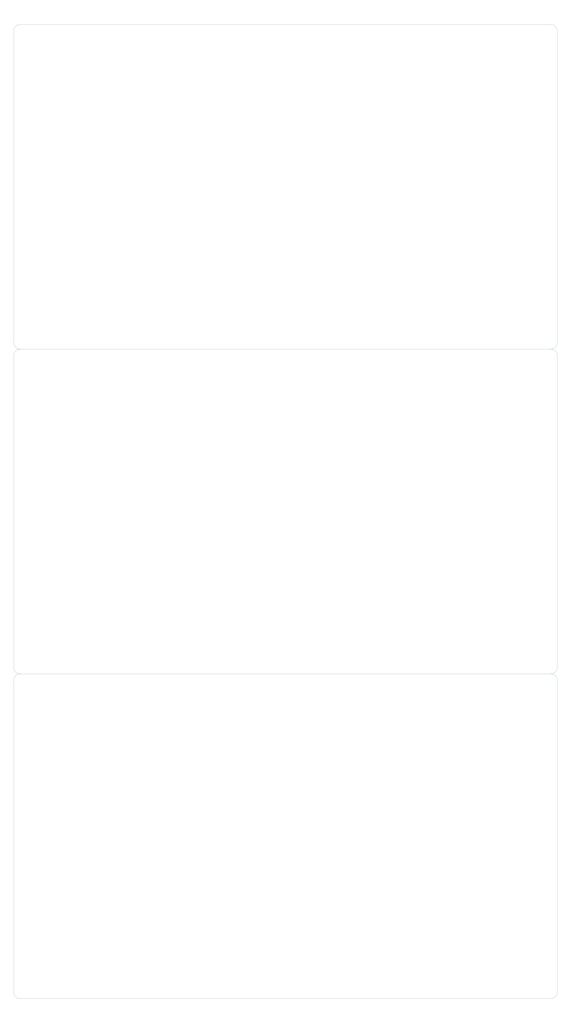
<source format=gbr>
%TF.GenerationSoftware,KiCad,Pcbnew,9.0.2*%
%TF.CreationDate,2026-02-06T08:15:16+00:00*%
%TF.ProjectId,WEASEL_KiCad,57454153-454c-45f4-9b69-4361642e6b69,rev?*%
%TF.SameCoordinates,Original*%
%TF.FileFunction,Profile,NP*%
%FSLAX46Y46*%
G04 Gerber Fmt 4.6, Leading zero omitted, Abs format (unit mm)*
G04 Created by KiCad (PCBNEW 9.0.2) date 2026-02-06 08:15:16*
%MOMM*%
%LPD*%
G01*
G04 APERTURE LIST*
%TA.AperFunction,Profile*%
%ADD10C,0.100000*%
%TD*%
G04 APERTURE END LIST*
D10*
X349500000Y-416000000D02*
X349500000Y-608000000D01*
X345500000Y-412000000D02*
G75*
G02*
X349500000Y-416000000I0J-4000000D01*
G01*
X14500000Y-416000000D02*
G75*
G02*
X18500000Y-412000000I4000000J0D01*
G01*
X18500000Y-412000000D02*
X345500000Y-412000000D01*
X349500000Y-608000000D02*
G75*
G02*
X345500000Y-612000000I-4000000J0D01*
G01*
X345500000Y-612000000D02*
X18500000Y-612000000D01*
X18500000Y-612000000D02*
G75*
G02*
X14500000Y-608000000I0J4000000D01*
G01*
X14500000Y-608000000D02*
X14500000Y-416000000D01*
X18500000Y-12000000D02*
X345500000Y-12000000D01*
X345500000Y-12000000D02*
G75*
G02*
X349500000Y-16000000I0J-4000000D01*
G01*
X345500000Y-212000000D02*
X18500000Y-212000000D01*
X349500000Y-16000000D02*
X349500000Y-208000000D01*
X349500000Y-208000000D02*
G75*
G02*
X345500000Y-212000000I-4000000J0D01*
G01*
X14500000Y-208000000D02*
X14500000Y-16000000D01*
X18500000Y-212000000D02*
G75*
G02*
X14500000Y-208000000I0J4000000D01*
G01*
X14500000Y-16000000D02*
G75*
G02*
X18500000Y-12000000I4000000J0D01*
G01*
X349500000Y-408000000D02*
G75*
G02*
X345500000Y-412000000I-4000000J0D01*
G01*
X18500000Y-212000000D02*
X345500000Y-212000000D01*
X349500000Y-216000000D02*
X349500000Y-408000000D01*
X345500000Y-412000000D02*
X18500000Y-412000000D01*
X14500000Y-216000000D02*
G75*
G02*
X18500000Y-212000000I4000000J0D01*
G01*
X14500000Y-408000000D02*
X14500000Y-216000000D01*
X345500000Y-212000000D02*
G75*
G02*
X349500000Y-216000000I0J-4000000D01*
G01*
X18500000Y-412000000D02*
G75*
G02*
X14500000Y-408000000I0J4000000D01*
G01*
M02*

</source>
